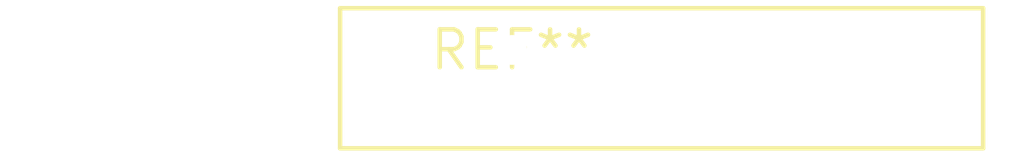
<source format=kicad_pcb>
(kicad_pcb (version 20240108) (generator pcbnew)
  (layers (0 "F.Cu" signal) (31 "B.Cu" signal) (34 "B.Paste" user) (35 "F.Paste" user) (36 "B.SilkS" user "B.Silkscreen") (37 "F.SilkS" user "F.Silkscreen") (38 "B.Mask" user) (39 "F.Mask" user) (44 "Edge.Cuts" user))
  (net 0 "")
  (footprint "RV_Disc_D21.5mm_W4.7mm_P10mm" (layer "F.Cu") (at 0 0)
    (property "Reference" "REF**")
    (property "Value" "RV_Disc_D21.5mm_W4.7mm_P10mm")
    (fp_line (start -5.75 -1.4) (end -5.75 3.3) (layer "F.SilkS") (stroke (width 0.15)))
    (fp_line (start -5.75 -1.4) (end 15.75 -1.4) (layer "F.SilkS") (stroke (width 0.15)))
    (fp_line (start -5.75 3.3) (end 15.75 3.3) (layer "F.SilkS") (stroke (width 0.15)))
    (fp_line (start 15.75 -1.4) (end 15.75 3.3) (layer "F.SilkS") (stroke (width 0.15)))
    (pad "1" thru_hole circle (at 0 0) (size 2 2) (drill 1) (layers *.Cu *.Mask) (remove_unused_layers))
    (pad "2" thru_hole circle (at 10 1.9) (size 2 2) (drill 1) (layers *.Cu *.Mask) (remove_unused_layers))
  )
)
</source>
